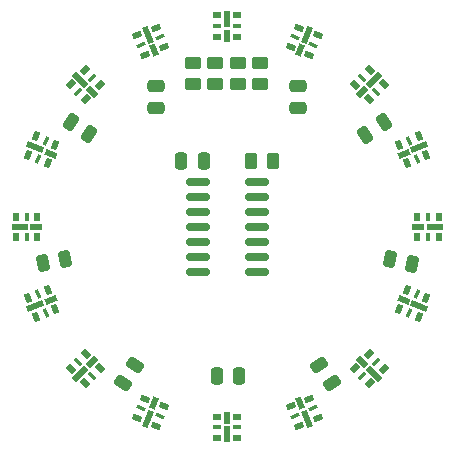
<source format=gtp>
G04 #@! TF.GenerationSoftware,KiCad,Pcbnew,6.0.2+dfsg-1*
G04 #@! TF.CreationDate,2022-08-27T16:00:58-04:00*
G04 #@! TF.ProjectId,ornament,6f726e61-6d65-46e7-942e-6b696361645f,rev?*
G04 #@! TF.SameCoordinates,Original*
G04 #@! TF.FileFunction,Paste,Top*
G04 #@! TF.FilePolarity,Positive*
%FSLAX46Y46*%
G04 Gerber Fmt 4.6, Leading zero omitted, Abs format (unit mm)*
G04 Created by KiCad (PCBNEW 6.0.2+dfsg-1) date 2022-08-27 16:00:58*
%MOMM*%
%LPD*%
G01*
G04 APERTURE LIST*
G04 Aperture macros list*
%AMRoundRect*
0 Rectangle with rounded corners*
0 $1 Rounding radius*
0 $2 $3 $4 $5 $6 $7 $8 $9 X,Y pos of 4 corners*
0 Add a 4 corners polygon primitive as box body*
4,1,4,$2,$3,$4,$5,$6,$7,$8,$9,$2,$3,0*
0 Add four circle primitives for the rounded corners*
1,1,$1+$1,$2,$3*
1,1,$1+$1,$4,$5*
1,1,$1+$1,$6,$7*
1,1,$1+$1,$8,$9*
0 Add four rect primitives between the rounded corners*
20,1,$1+$1,$2,$3,$4,$5,0*
20,1,$1+$1,$4,$5,$6,$7,0*
20,1,$1+$1,$6,$7,$8,$9,0*
20,1,$1+$1,$8,$9,$2,$3,0*%
%AMRotRect*
0 Rectangle, with rotation*
0 The origin of the aperture is its center*
0 $1 length*
0 $2 width*
0 $3 Rotation angle, in degrees counterclockwise*
0 Add horizontal line*
21,1,$1,$2,0,0,$3*%
G04 Aperture macros list end*
%ADD10RoundRect,0.250000X-0.475000X0.250000X-0.475000X-0.250000X0.475000X-0.250000X0.475000X0.250000X0*%
%ADD11RoundRect,0.250000X-0.256467X0.471540X-0.533889X0.055563X0.256467X-0.471540X0.533889X-0.055563X0*%
%ADD12RoundRect,0.250000X0.152079X0.514778X-0.338228X0.416805X-0.152079X-0.514778X0.338228X-0.416805X0*%
%ADD13RoundRect,0.250000X0.471540X0.256467X0.055563X0.533889X-0.471540X-0.256467X-0.055563X-0.533889X0*%
%ADD14RoundRect,0.250000X-0.250000X-0.475000X0.250000X-0.475000X0.250000X0.475000X-0.250000X0.475000X0*%
%ADD15RotRect,1.000000X0.500000X247.500000*%
%ADD16RotRect,0.800000X0.500000X157.500000*%
%ADD17RotRect,0.800000X0.300000X157.500000*%
%ADD18RotRect,1.480000X0.500000X247.500000*%
%ADD19RotRect,0.800000X0.500000X135.000000*%
%ADD20RotRect,1.000000X0.500000X225.000000*%
%ADD21RotRect,0.800000X0.300000X135.000000*%
%ADD22RotRect,1.480000X0.500000X225.000000*%
%ADD23RotRect,0.800000X0.500000X112.500000*%
%ADD24RotRect,1.000000X0.500000X202.500000*%
%ADD25RotRect,0.800000X0.300000X112.500000*%
%ADD26RotRect,1.480000X0.500000X202.500000*%
%ADD27RotRect,0.800000X0.500000X22.500000*%
%ADD28RotRect,1.000000X0.500000X112.500000*%
%ADD29RotRect,0.800000X0.300000X22.500000*%
%ADD30RotRect,1.480000X0.500000X112.500000*%
%ADD31R,1.000000X0.500000*%
%ADD32R,0.500000X0.800000*%
%ADD33R,0.300000X0.800000*%
%ADD34R,1.480000X0.500000*%
%ADD35RoundRect,0.250000X-0.450000X0.262500X-0.450000X-0.262500X0.450000X-0.262500X0.450000X0.262500X0*%
%ADD36RoundRect,0.150000X-0.825000X-0.150000X0.825000X-0.150000X0.825000X0.150000X-0.825000X0.150000X0*%
%ADD37R,0.500000X1.000000*%
%ADD38R,0.800000X0.500000*%
%ADD39R,0.800000X0.300000*%
%ADD40R,0.500000X1.480000*%
%ADD41RotRect,1.000000X0.500000X45.000000*%
%ADD42RotRect,0.800000X0.500000X315.000000*%
%ADD43RotRect,0.800000X0.300000X315.000000*%
%ADD44RotRect,1.480000X0.500000X45.000000*%
%ADD45RotRect,0.800000X0.500000X45.000000*%
%ADD46RotRect,1.000000X0.500000X135.000000*%
%ADD47RotRect,0.800000X0.300000X45.000000*%
%ADD48RotRect,1.480000X0.500000X135.000000*%
%ADD49RotRect,0.800000X0.500000X337.500000*%
%ADD50RotRect,1.000000X0.500000X67.500000*%
%ADD51RotRect,0.800000X0.300000X337.500000*%
%ADD52RotRect,1.480000X0.500000X67.500000*%
%ADD53RotRect,0.800000X0.500000X67.500000*%
%ADD54RotRect,1.000000X0.500000X157.500000*%
%ADD55RotRect,0.800000X0.300000X67.500000*%
%ADD56RotRect,1.480000X0.500000X157.500000*%
%ADD57RotRect,1.000000X0.500000X22.500000*%
%ADD58RotRect,0.800000X0.500000X292.500000*%
%ADD59RotRect,0.800000X0.300000X292.500000*%
%ADD60RotRect,1.480000X0.500000X22.500000*%
%ADD61RotRect,1.000000X0.500000X292.500000*%
%ADD62RotRect,0.800000X0.500000X202.500000*%
%ADD63RotRect,0.800000X0.300000X202.500000*%
%ADD64RotRect,1.480000X0.500000X292.500000*%
%ADD65RotRect,1.000000X0.500000X315.000000*%
%ADD66RotRect,0.800000X0.500000X225.000000*%
%ADD67RotRect,0.800000X0.300000X225.000000*%
%ADD68RotRect,1.480000X0.500000X315.000000*%
%ADD69RotRect,0.800000X0.500000X247.500000*%
%ADD70RotRect,1.000000X0.500000X337.500000*%
%ADD71RotRect,0.800000X0.300000X247.500000*%
%ADD72RotRect,1.480000X0.500000X337.500000*%
%ADD73RoundRect,0.250000X-0.338228X-0.416805X0.152079X-0.514778X0.338228X0.416805X-0.152079X0.514778X0*%
%ADD74RoundRect,0.250000X-0.533889X-0.055563X-0.256467X-0.471540X0.533889X0.055563X0.256467X0.471540X0*%
%ADD75RoundRect,0.250000X0.262500X0.450000X-0.262500X0.450000X-0.262500X-0.450000X0.262500X-0.450000X0*%
%ADD76RoundRect,0.250000X0.055563X-0.533889X0.471540X-0.256467X-0.055563X0.533889X-0.471540X0.256467X0*%
G04 APERTURE END LIST*
D10*
X156000000Y-88050000D03*
X156000000Y-89950000D03*
D11*
X142182668Y-111674411D03*
X141128464Y-113255123D03*
D12*
X136217257Y-102727366D03*
X134354089Y-103099664D03*
D13*
X138325589Y-92182668D03*
X136744877Y-91128464D03*
D10*
X144000000Y-88050000D03*
X144000000Y-89950000D03*
D14*
X146100000Y-94400000D03*
X148000000Y-94400000D03*
D15*
X156187991Y-85060868D03*
D16*
X156946501Y-85450820D03*
D17*
X157290916Y-84619329D03*
D16*
X157635331Y-83787837D03*
X156064735Y-83137276D03*
D17*
X155720320Y-83968767D03*
D18*
X156731401Y-83748959D03*
D16*
X155375905Y-84800259D03*
D19*
X161985460Y-89216622D03*
D20*
X161433916Y-88566084D03*
D21*
X162621856Y-88580226D03*
D19*
X163258252Y-87943830D03*
X162056170Y-86741748D03*
D21*
X161419774Y-87378144D03*
D19*
X160783378Y-88014540D03*
D22*
X162438008Y-87561992D03*
D23*
X165199741Y-94624095D03*
D24*
X164939132Y-93812009D03*
D25*
X166031233Y-94279680D03*
D23*
X166862724Y-93935265D03*
X166212163Y-92364669D03*
D25*
X165380671Y-92709084D03*
D26*
X166251041Y-93268599D03*
D23*
X164549180Y-93053499D03*
D27*
X155375905Y-115199741D03*
D28*
X156187991Y-114939132D03*
D29*
X155720320Y-116031233D03*
D27*
X156064735Y-116862724D03*
X157635331Y-116212163D03*
D29*
X157290916Y-115380671D03*
D27*
X156946501Y-114549180D03*
D30*
X156731401Y-116251041D03*
D31*
X133830000Y-100000000D03*
D32*
X133900000Y-99150000D03*
D33*
X133000000Y-99150000D03*
D32*
X132100000Y-99150000D03*
X132100000Y-100850000D03*
D33*
X133000000Y-100850000D03*
D34*
X132410000Y-100000000D03*
D32*
X133900000Y-100850000D03*
D35*
X150876000Y-86106000D03*
X150876000Y-87931000D03*
X152781000Y-86107900D03*
X152781000Y-87932900D03*
D36*
X147525000Y-96190000D03*
X147525000Y-97460000D03*
X147525000Y-98730000D03*
X147525000Y-100000000D03*
X147525000Y-101270000D03*
X147525000Y-102540000D03*
X147525000Y-103810000D03*
X152475000Y-103810000D03*
X152475000Y-102540000D03*
X152475000Y-101270000D03*
X152475000Y-100000000D03*
X152475000Y-98730000D03*
X152475000Y-97460000D03*
X152475000Y-96190000D03*
D37*
X150000000Y-83830000D03*
D38*
X150850000Y-83900000D03*
D39*
X150850000Y-83000000D03*
D38*
X150850000Y-82100000D03*
X149150000Y-82100000D03*
D39*
X149150000Y-83000000D03*
D38*
X149150000Y-83900000D03*
D40*
X150000000Y-82410000D03*
D41*
X138566084Y-111433916D03*
D42*
X138014540Y-110783378D03*
D43*
X137378144Y-111419774D03*
D42*
X136741748Y-112056170D03*
X137943830Y-113258252D03*
D43*
X138580226Y-112621856D03*
D42*
X139216622Y-111985460D03*
D44*
X137561992Y-112438008D03*
D45*
X160783378Y-111985460D03*
D46*
X161433916Y-111433916D03*
D47*
X161419774Y-112621856D03*
D45*
X162056170Y-113258252D03*
X163258252Y-112056170D03*
D47*
X162621856Y-111419774D03*
D48*
X162438008Y-112438008D03*
D45*
X161985460Y-110783378D03*
D49*
X143053499Y-114549180D03*
D50*
X143812009Y-114939132D03*
D51*
X142709084Y-115380671D03*
D49*
X142364669Y-116212163D03*
X143935265Y-116862724D03*
D51*
X144279680Y-116031233D03*
D52*
X143268599Y-116251041D03*
D49*
X144624095Y-115199741D03*
D53*
X164549180Y-106946501D03*
D54*
X164939132Y-106187991D03*
D55*
X165380671Y-107290916D03*
D53*
X166212163Y-107635331D03*
X166862724Y-106064735D03*
D55*
X166031233Y-105720320D03*
D53*
X165199741Y-105375905D03*
D56*
X166251041Y-106731401D03*
D32*
X166100000Y-100850000D03*
D31*
X166170000Y-100000000D03*
D33*
X167000000Y-100850000D03*
D32*
X167900000Y-100850000D03*
X167900000Y-99150000D03*
D33*
X167000000Y-99150000D03*
D34*
X167590000Y-100000000D03*
D32*
X166100000Y-99150000D03*
D35*
X147066000Y-86106000D03*
X147066000Y-87931000D03*
X148971000Y-86106000D03*
X148971000Y-87931000D03*
D57*
X135060868Y-106187991D03*
D58*
X134800259Y-105375905D03*
D59*
X133968767Y-105720320D03*
D58*
X133137276Y-106064735D03*
X133787837Y-107635331D03*
D59*
X134619329Y-107290916D03*
D60*
X133748959Y-106731401D03*
D58*
X135450820Y-106946501D03*
D61*
X143812009Y-85060868D03*
D62*
X144624095Y-84800259D03*
D63*
X144279680Y-83968767D03*
D62*
X143935265Y-83137276D03*
X142364669Y-83787837D03*
D63*
X142709084Y-84619329D03*
D64*
X143268599Y-83748959D03*
D62*
X143053499Y-85450820D03*
D37*
X150000000Y-116170000D03*
D38*
X149150000Y-116100000D03*
D39*
X149150000Y-117000000D03*
D38*
X149150000Y-117900000D03*
X150850000Y-117900000D03*
D39*
X150850000Y-117000000D03*
D38*
X150850000Y-116100000D03*
D40*
X150000000Y-117590000D03*
D65*
X138566084Y-88566084D03*
D66*
X139216622Y-88014540D03*
D67*
X138580226Y-87378144D03*
D66*
X137943830Y-86741748D03*
X136741748Y-87943830D03*
D67*
X137378144Y-88580226D03*
D66*
X138014540Y-89216622D03*
D68*
X137561992Y-87561992D03*
D69*
X135450820Y-93053499D03*
D70*
X135060868Y-93812009D03*
D71*
X134619329Y-92709084D03*
D69*
X133787837Y-92364669D03*
X133137276Y-93935265D03*
D71*
X133968767Y-94279680D03*
D72*
X133748959Y-93268599D03*
D69*
X134800259Y-94624095D03*
D73*
X163777635Y-102753043D03*
X165640803Y-103125341D03*
D74*
X157795564Y-111688955D03*
X158849768Y-113269667D03*
D75*
X153825000Y-94400000D03*
X152000000Y-94400000D03*
D14*
X149103000Y-112649000D03*
X151003000Y-112649000D03*
D76*
X161688955Y-92204436D03*
X163269667Y-91150232D03*
M02*

</source>
